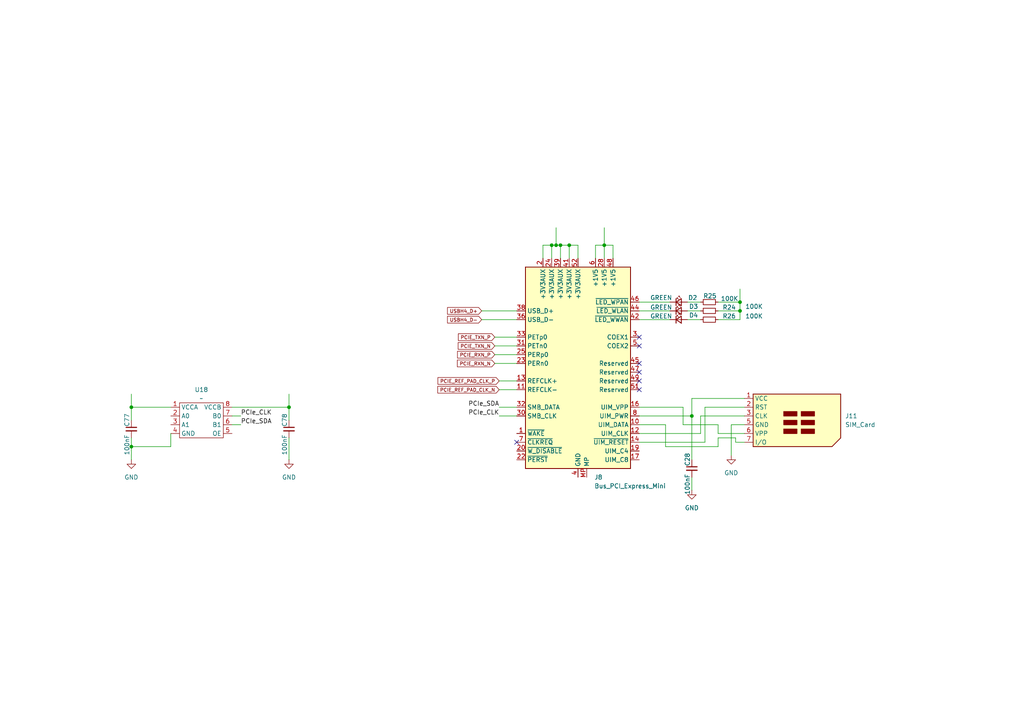
<source format=kicad_sch>
(kicad_sch (version 20231120) (generator "eeschema") (generator_version "8.0")
  (paper "A4")
  (lib_symbols
    (symbol "Connector:Bus_PCI_Express_Mini"
      (property "Reference" "J" (at -16.51 31.75 0))
      (property "Value" "Bus_PCI_Express_Mini" (at 22.86 31.75 0))
      (symbol "Bus_PCI_Express_Mini_0_1"
        (rectangle (start -15.24 30.48) (end 15.24 -27.94) (stroke (width 0.254)) (fill (type background)))
      )
      (symbol "Bus_PCI_Express_Mini_1_1"
        (pin open_collector line (at -17.78 -17.78 0) (length 2.54) (name "~{WAKE}") (number "1"))
        (pin bidirectional line (at 17.78 -15.24 180) (length 2.54) (name "UIM_DATA") (number "10"))
        (pin input line (at -17.78 -5.08 0) (length 2.54) (name "REFCLK-") (number "11"))
        (pin output line (at 17.78 -17.78 180) (length 2.54) (name "UIM_CLK") (number "12"))
        (pin input line (at -17.78 -2.54 0) (length 2.54) (name "REFCLK+") (number "13"))
        (pin output line (at 17.78 -20.32 180) (length 2.54) (name "~{UIM_RESET}") (number "14"))
        (pin passive line (at 0 -30.48 90) (length 2.54) hide (name "GND") (number "15"))
        (pin power_out line (at 17.78 -10.16 180) (length 2.54) (name "UIM_VPP") (number "16"))
        (pin passive line (at 17.78 -25.4 180) (length 2.54) (name "UIM_C8") (number "17"))
        (pin passive line (at 0 -30.48 90) (length 2.54) hide (name "GND") (number "18"))
        (pin passive line (at 17.78 -22.86 180) (length 2.54) (name "UIM_C4") (number "19"))
        (pin power_in line (at -10.16 33.02 270) (length 2.54) (name "+3V3AUX") (number "2"))
        (pin input line (at -17.78 -22.86 0) (length 2.54) (name "~{W_DISABLE}") (number "20"))
        (pin passive line (at 0 -30.48 90) (length 2.54) hide (name "GND") (number "21"))
        (pin input line (at -17.78 -25.4 0) (length 2.54) (name "~{PERST}") (number "22"))
        (pin output line (at -17.78 2.54 0) (length 2.54) (name "PERn0") (number "23"))
        (pin power_in line (at -7.62 33.02 270) (length 2.54) (name "+3V3AUX") (number "24"))
        (pin output line (at -17.78 5.08 0) (length 2.54) (name "PERp0") (number "25"))
        (pin passive line (at 0 -30.48 90) (length 2.54) hide (name "GND") (number "26"))
        (pin passive line (at 0 -30.48 90) (length 2.54) hide (name "GND") (number "27"))
        (pin power_in line (at 7.62 33.02 270) (length 2.54) (name "+1V5") (number "28"))
        (pin passive line (at 0 -30.48 90) (length 2.54) hide (name "GND") (number "29"))
        (pin passive line (at 17.78 10.16 180) (length 2.54) (name "COEX1") (number "3"))
        (pin input line (at -17.78 -12.7 0) (length 2.54) (name "SMB_CLK") (number "30"))
        (pin input line (at -17.78 7.62 0) (length 2.54) (name "PETn0") (number "31"))
        (pin bidirectional line (at -17.78 -10.16 0) (length 2.54) (name "SMB_DATA") (number "32"))
        (pin input line (at -17.78 10.16 0) (length 2.54) (name "PETp0") (number "33"))
        (pin passive line (at 0 -30.48 90) (length 2.54) hide (name "GND") (number "34"))
        (pin passive line (at 0 -30.48 90) (length 2.54) hide (name "GND") (number "35"))
        (pin bidirectional line (at -17.78 15.24 0) (length 2.54) (name "USB_D-") (number "36"))
        (pin passive line (at 0 -30.48 90) (length 2.54) hide (name "GND") (number "37"))
        (pin bidirectional line (at -17.78 17.78 0) (length 2.54) (name "USB_D+") (number "38"))
        (pin power_in line (at -5.08 33.02 270) (length 2.54) (name "+3V3AUX") (number "39"))
        (pin power_in line (at 0 -30.48 90) (length 2.54) (name "GND") (number "4"))
        (pin passive line (at 0 -30.48 90) (length 2.54) hide (name "GND") (number "40"))
        (pin power_in line (at -2.54 33.02 270) (length 2.54) (name "+3V3AUX") (number "41"))
        (pin open_collector line (at 17.78 15.24 180) (length 2.54) (name "~{LED_WWAN}") (number "42"))
        (pin passive line (at 0 -30.48 90) (length 2.54) hide (name "GND") (number "43"))
        (pin open_collector line (at 17.78 17.78 180) (length 2.54) (name "~{LED_WLAN}") (number "44"))
        (pin passive line (at 17.78 2.54 180) (length 2.54) (name "Reserved") (number "45"))
        (pin open_collector line (at 17.78 20.32 180) (length 2.54) (name "~{LED_WPAN}") (number "46"))
        (pin passive line (at 17.78 0 180) (length 2.54) (name "Reserved") (number "47"))
        (pin power_in line (at 10.16 33.02 270) (length 2.54) (name "+1V5") (number "48"))
        (pin passive line (at 17.78 -2.54 180) (length 2.54) (name "Reserved") (number "49"))
        (pin passive line (at 17.78 7.62 180) (length 2.54) (name "COEX2") (number "5"))
        (pin passive line (at 0 -30.48 90) (length 2.54) hide (name "GND") (number "50"))
        (pin passive line (at 17.78 -5.08 180) (length 2.54) (name "Reserved") (number "51"))
        (pin power_in line (at 0 33.02 270) (length 2.54) (name "+3V3AUX") (number "52"))
        (pin power_in line (at 5.08 33.02 270) (length 2.54) (name "+1V5") (number "6"))
        (pin open_collector line (at -17.78 -20.32 0) (length 2.54) (name "~{CLKREQ}") (number "7"))
        (pin power_out line (at 17.78 -12.7 180) (length 2.54) (name "UIM_PWR") (number "8"))
        (pin passive line (at 0 -30.48 90) (length 2.54) hide (name "GND") (number "9"))
        (pin passive line (at 2.54 -30.48 90) (length 2.54) (name "MP") (number "MP"))
      )
    )
    (symbol "Connector:SIM_Card"
      (property "Reference" "J" (at -2.54 12.7 0))
      (property "Value" "SIM_Card" (at -1.27 10.16 0))
      (symbol "SIM_Card_0_1"
        (rectangle (start -1.27 -2.54) (end 2.54 -1.27) (stroke (width 0.254)) (fill (type outline)))
        (rectangle (start -1.27 0) (end 2.54 1.27) (stroke (width 0.254)) (fill (type outline)))
        (rectangle (start -1.27 2.54) (end 2.54 3.81) (stroke (width 0.254)) (fill (type outline)))
        (polyline (pts (xy -10.16 8.89) (xy 15.24 8.89) (xy 15.24 -3.81) (xy 12.7 -6.35) (xy -10.16 -6.35) (xy -10.16 8.89)) (stroke (width 0.254)) (fill (type background)))
        (rectangle (start 3.81 -1.27) (end 7.62 -2.54) (stroke (width 0.254)) (fill (type outline)))
        (rectangle (start 3.81 0) (end 7.62 1.27) (stroke (width 0.254)) (fill (type outline)))
        (rectangle (start 3.81 2.54) (end 7.62 3.81) (stroke (width 0.254)) (fill (type outline)))
      )
      (symbol "SIM_Card_1_1"
        (pin power_in line (at -12.7 7.62 0) (length 2.54) (name "VCC") (number "1"))
        (pin input line (at -12.7 5.08 0) (length 2.54) (name "RST") (number "2"))
        (pin input line (at -12.7 2.54 0) (length 2.54) (name "CLK") (number "3"))
        (pin power_in line (at -12.7 0 0) (length 2.54) (name "GND") (number "5"))
        (pin input line (at -12.7 -2.54 0) (length 2.54) (name "VPP") (number "6"))
        (pin bidirectional line (at -12.7 -5.08 0) (length 2.54) (name "I/O") (number "7"))
      )
    )
    (symbol "Device:C_Small" (pin_numbers hide) (pin_names (offset 0.254) hide)
      (property "Reference" "C" (at 0.254 1.778 0))
      (property "Value" "C_Small" (at 0.254 -2.032 0))
      (symbol "C_Small_0_1"
        (polyline (pts (xy -1.524 -0.508) (xy 1.524 -0.508)) (stroke (width 0.3302)))
        (polyline (pts (xy -1.524 0.508) (xy 1.524 0.508)) (stroke (width 0.3048)))
      )
      (symbol "C_Small_1_1"
        (pin passive line (at 0 2.54 270) (length 2.032) (name "~") (number "1"))
        (pin passive line (at 0 -2.54 90) (length 2.032) (name "~") (number "2"))
      )
    )
    (symbol "Device:LED_Small" (pin_numbers hide) (pin_names (offset 0.254) hide)
      (property "Reference" "D" (at -1.27 3.175 0))
      (property "Value" "LED_Small" (at -4.445 -2.54 0))
      (symbol "LED_Small_0_1"
        (polyline (pts (xy -0.762 -1.016) (xy -0.762 1.016)) (stroke (width 0.254)))
        (polyline (pts (xy 1.016 0) (xy -0.762 0)))
        (polyline (pts (xy 0.762 -1.016) (xy -0.762 0) (xy 0.762 1.016) (xy 0.762 -1.016)) (stroke (width 0.254)))
        (polyline (pts (xy 0 0.762) (xy -0.508 1.27) (xy -0.254 1.27) (xy -0.508 1.27) (xy -0.508 1.016)))
        (polyline (pts (xy 0.508 1.27) (xy 0 1.778) (xy 0.254 1.778) (xy 0 1.778) (xy 0 1.524)))
      )
      (symbol "LED_Small_1_1"
        (pin passive line (at -2.54 0 0) (length 1.778) (name "K") (number "1"))
        (pin passive line (at 2.54 0 180) (length 1.778) (name "A") (number "2"))
      )
    )
    (symbol "Device:R_Small" (pin_numbers hide) (pin_names (offset 0.254) hide)
      (property "Reference" "R" (at 0.762 0.508 0))
      (property "Value" "R_Small" (at 0.762 -1.016 0))
      (symbol "R_Small_0_1"
        (rectangle (start -0.762 1.778) (end 0.762 -1.778) (stroke (width 0.2032)))
      )
      (symbol "R_Small_1_1"
        (pin passive line (at 0 2.54 270) (length 0.762) (name "~") (number "1"))
        (pin passive line (at 0 -2.54 90) (length 0.762) (name "~") (number "2"))
      )
    )
    (symbol "_W_MX8M:FXMA2102L8X"
      (property "Reference" "U" (at 1.016 9.144 0))
      (symbol "FXMA2102L8X_0_1"
        (rectangle (start -5.08 7.62) (end 7.62 -2.54))
      )
      (symbol "FXMA2102L8X_1_1"
        (pin input line (at -7.62 6.35 0) (length 2.54) (name "VCCA") (number "1"))
        (pin input line (at -7.62 3.81 0) (length 2.54) (name "A0") (number "2"))
        (pin input line (at -7.62 1.27 0) (length 2.54) (name "A1") (number "3"))
        (pin input line (at -7.62 -1.27 0) (length 2.54) (name "GND") (number "4"))
        (pin input line (at 10.16 -1.27 180) (length 2.54) (name "OE") (number "5"))
        (pin input line (at 10.16 1.27 180) (length 2.54) (name "B1") (number "6"))
        (pin input line (at 10.16 3.81 180) (length 2.54) (name "B0") (number "7"))
        (pin input line (at 10.16 6.35 180) (length 2.54) (name "VCCB") (number "8"))
      )
    )
    (symbol "power:GND" (power) (pin_numbers hide) (pin_names (offset 0) hide)
      (property "Value" "GND" (at 0 -3.81 0))
      (symbol "GND_0_1"
        (polyline (pts (xy 0 0) (xy 0 -1.27) (xy 1.27 -1.27) (xy 0 -2.54) (xy -1.27 -1.27) (xy 0 -1.27)))
      )
      (symbol "GND_1_1"
        (pin power_in line (at 0 0 270) (length 0) (name "~") (number "1"))
      )
    )
  )
  (junction (at 160.02 71.12))
  (junction (at 161.29 71.12))
  (junction (at 165.1 71.12))
  (junction (at 214.63 90.17))
  (junction (at 38.1 129.54))
  (junction (at 214.63 87.63))
  (junction (at 175.26 71.12))
  (junction (at 83.82 118.11))
  (junction (at 200.66 120.65))
  (junction (at 162.56 71.12))
  (junction (at 38.1 118.11))
  (no_connect (at 185.42 105.41))
  (no_connect (at 185.42 110.49))
  (no_connect (at 149.86 128.27))
  (no_connect (at 185.42 113.03))
  (no_connect (at 185.42 107.95))
  (no_connect (at 185.42 100.33))
  (no_connect (at 185.42 97.79))
  (wire (pts (xy 167.64 71.12) (xy 167.64 74.93)))
  (wire (pts (xy 67.31 118.11) (xy 83.82 118.11)))
  (wire (pts (xy 213.36 127) (xy 213.36 128.27)))
  (wire (pts (xy 157.48 71.12) (xy 160.02 71.12)))
  (wire (pts (xy 200.66 120.65) (xy 200.66 133.35)))
  (wire (pts (xy 165.1 71.12) (xy 167.64 71.12)))
  (wire (pts (xy 144.78 118.11) (xy 149.86 118.11)))
  (wire (pts (xy 204.47 118.11) (xy 215.9 118.11)))
  (wire (pts (xy 144.78 113.03) (xy 149.86 113.03)))
  (wire (pts (xy 160.02 71.12) (xy 160.02 74.93)))
  (wire (pts (xy 177.8 71.12) (xy 177.8 74.93)))
  (wire (pts (xy 208.28 90.17) (xy 214.63 90.17)))
  (wire (pts (xy 83.82 114.3) (xy 83.82 118.11)))
  (wire (pts (xy 143.51 105.41) (xy 149.86 105.41)))
  (wire (pts (xy 139.7 92.71) (xy 149.86 92.71)))
  (wire (pts (xy 214.63 83.82) (xy 214.63 87.63)))
  (wire (pts (xy 198.12 123.19) (xy 208.28 123.19)))
  (wire (pts (xy 199.39 92.71) (xy 203.2 92.71)))
  (wire (pts (xy 172.72 71.12) (xy 175.26 71.12)))
  (wire (pts (xy 38.1 127) (xy 38.1 129.54)))
  (wire (pts (xy 214.63 87.63) (xy 214.63 90.17)))
  (wire (pts (xy 208.28 123.19) (xy 208.28 125.73)))
  (wire (pts (xy 161.29 71.12) (xy 162.56 71.12)))
  (wire (pts (xy 208.28 125.73) (xy 215.9 125.73)))
  (wire (pts (xy 162.56 71.12) (xy 162.56 74.93)))
  (wire (pts (xy 208.28 87.63) (xy 214.63 87.63)))
  (wire (pts (xy 175.26 71.12) (xy 177.8 71.12)))
  (wire (pts (xy 83.82 127) (xy 83.82 133.35)))
  (wire (pts (xy 83.82 118.11) (xy 83.82 121.92)))
  (wire (pts (xy 67.31 123.19) (xy 69.85 123.19)))
  (wire (pts (xy 185.42 120.65) (xy 200.66 120.65)))
  (wire (pts (xy 208.28 92.71) (xy 214.63 92.71)))
  (wire (pts (xy 200.66 115.57) (xy 215.9 115.57)))
  (wire (pts (xy 208.28 129.54) (xy 208.28 127)))
  (wire (pts (xy 38.1 129.54) (xy 38.1 133.35)))
  (wire (pts (xy 175.26 71.12) (xy 175.26 74.93)))
  (wire (pts (xy 143.51 100.33) (xy 149.86 100.33)))
  (wire (pts (xy 203.2 125.73) (xy 203.2 120.65)))
  (wire (pts (xy 200.66 138.43) (xy 200.66 142.24)))
  (wire (pts (xy 200.66 120.65) (xy 200.66 115.57)))
  (wire (pts (xy 185.42 125.73) (xy 203.2 125.73)))
  (wire (pts (xy 199.39 90.17) (xy 203.2 90.17)))
  (wire (pts (xy 144.78 110.49) (xy 149.86 110.49)))
  (wire (pts (xy 185.42 92.71) (xy 194.31 92.71)))
  (wire (pts (xy 143.51 97.79) (xy 149.86 97.79)))
  (wire (pts (xy 38.1 129.54) (xy 49.53 129.54)))
  (wire (pts (xy 185.42 118.11) (xy 198.12 118.11)))
  (wire (pts (xy 193.04 123.19) (xy 193.04 129.54)))
  (wire (pts (xy 203.2 120.65) (xy 215.9 120.65)))
  (wire (pts (xy 198.12 118.11) (xy 198.12 123.19)))
  (wire (pts (xy 161.29 66.04) (xy 161.29 71.12)))
  (wire (pts (xy 204.47 128.27) (xy 204.47 118.11)))
  (wire (pts (xy 193.04 129.54) (xy 208.28 129.54)))
  (wire (pts (xy 199.39 87.63) (xy 203.2 87.63)))
  (wire (pts (xy 49.53 129.54) (xy 49.53 125.73)))
  (wire (pts (xy 214.63 90.17) (xy 214.63 92.71)))
  (wire (pts (xy 172.72 74.93) (xy 172.72 71.12)))
  (wire (pts (xy 157.48 74.93) (xy 157.48 71.12)))
  (wire (pts (xy 139.7 90.17) (xy 149.86 90.17)))
  (wire (pts (xy 143.51 102.87) (xy 149.86 102.87)))
  (wire (pts (xy 38.1 118.11) (xy 38.1 121.92)))
  (wire (pts (xy 144.78 120.65) (xy 149.86 120.65)))
  (wire (pts (xy 185.42 128.27) (xy 204.47 128.27)))
  (wire (pts (xy 185.42 123.19) (xy 193.04 123.19)))
  (wire (pts (xy 185.42 90.17) (xy 194.31 90.17)))
  (wire (pts (xy 38.1 114.3) (xy 38.1 118.11)))
  (wire (pts (xy 212.09 123.19) (xy 212.09 132.08)))
  (wire (pts (xy 213.36 128.27) (xy 215.9 128.27)))
  (wire (pts (xy 185.42 87.63) (xy 194.31 87.63)))
  (wire (pts (xy 208.28 127) (xy 213.36 127)))
  (wire (pts (xy 162.56 71.12) (xy 165.1 71.12)))
  (wire (pts (xy 215.9 123.19) (xy 212.09 123.19)))
  (wire (pts (xy 160.02 71.12) (xy 161.29 71.12)))
  (wire (pts (xy 67.31 120.65) (xy 69.85 120.65)))
  (wire (pts (xy 49.53 118.11) (xy 38.1 118.11)))
  (wire (pts (xy 165.1 71.12) (xy 165.1 74.93)))
  (wire (pts (xy 175.26 66.04) (xy 175.26 71.12)))
  (label "PCIe_SDA" (at 69.85 123.19 0))
  (label "PCIe_SDA" (at 144.78 118.11 180))
  (label "PCIe_CLK" (at 69.85 120.65 0))
  (label "PCIe_CLK" (at 144.78 120.65 180))
  (global_label "USBH4_D+" (shape input) (at 139.7 90.17 180) (effects (font (size 1 1))) (property "Intersheetrefs" "${INTERSHEET_REFS}" (effects (hide yes))))
  (global_label "PCIE_REF_PAD_CLK_N" (shape input) (at 144.78 113.03 180) (effects (font (size 1 1))) (property "Intersheetrefs" "${INTERSHEET_REFS}" (effects (hide yes))))
  (global_label "USBH4_D-" (shape input) (at 139.7 92.71 180) (effects (font (size 1 1))) (property "Intersheetrefs" "${INTERSHEET_REFS}" (effects (hide yes))))
  (global_label "PCIE_RXN_N" (shape input) (at 143.51 105.41 180) (effects (font (size 1 1))) (property "Intersheetrefs" "${INTERSHEET_REFS}" (effects (hide yes))))
  (global_label "PCIE_TXN_P" (shape input) (at 143.51 97.79 180) (effects (font (size 1 1))) (property "Intersheetrefs" "${INTERSHEET_REFS}" (effects (hide yes))))
  (global_label "PCIE_RXN_P" (shape input) (at 143.51 102.87 180) (effects (font (size 1 1))) (property "Intersheetrefs" "${INTERSHEET_REFS}" (effects (hide yes))))
  (global_label "PCIE_TXN_N" (shape input) (at 143.51 100.33 180) (effects (font (size 1 1))) (property "Intersheetrefs" "${INTERSHEET_REFS}" (effects (hide yes))))
  (global_label "PCIE_REF_PAD_CLK_P" (shape input) (at 144.78 110.49 180) (effects (font (size 1 1))) (property "Intersheetrefs" "${INTERSHEET_REFS}" (effects (hide yes))))
  (symbol (lib_id "power:GND") (at 38.1 133.35 0) (unit 1)
    (property "Reference" "#PWR118" (effects (hide yes)))
    (property "Value" "GND" (at 38.1 138.43 0))
    (property "Description" "Power symbol creates a global label with name \"GND\" , ground" (effects (hide yes)))
  )
  (symbol (lib_id "Device:LED_Small") (at 196.85 90.17 0) (unit 1)
    (property "Reference" "D3" (at 201.168 88.9 0))
    (property "Value" "GREEN" (at 191.77 89.154 0))
    (property "Footprint" "LED_SMD:LED_0402_1005Metric" (effects (hide yes)))
    (property "Description" "Light emitting diode, small symbol" (effects (hide yes)))
  )
  (symbol (lib_id "Device:C_Small") (at 38.1 124.46 0) (unit 1)
    (property "Reference" "C77" (at 36.83 119.888 90) (effects (justify right)))
    (property "Value" "100nF" (at 36.83 125.984 90) (effects (justify right)))
    (property "Footprint" "Capacitor_SMD:C_0402_1005Metric" (effects (hide yes)))
    (property "Description" "Unpolarized capacitor, small symbol" (effects (hide yes)))
  )
  (symbol (lib_id "Device:R_Small") (at 205.74 87.63 270) (mirror x) (unit 1)
    (property "Reference" "R24" (at 209.55 89.154 90) (effects (justify left)))
    (property "Value" "100K" (at 209.042 86.614 90) (effects (justify left)))
    (property "Footprint" "Resistor_SMD:R_0402_1005Metric" (effects (hide yes)))
    (property "Description" "Resistor, small symbol" (effects (hide yes)))
  )
  (symbol (lib_id "Connector:SIM_Card") (at 228.6 123.19 0) (unit 1)
    (property "Reference" "J11" (at 245.11 120.6499 0) (effects (justify left)))
    (property "Value" "SIM_Card" (at 245.11 123.1899 0) (effects (justify left)))
    (property "Footprint" "Connector_Card:nanoSIM_Hinged_CUI_NSIM-2-C" (effects (hide yes)))
    (property "Description" "SIM Card" (effects (hide yes)))
  )
  (symbol (lib_id "power:GND") (at 200.66 142.24 0) (unit 1)
    (property "Reference" "#PWR050" (effects (hide yes)))
    (property "Value" "GND" (at 200.66 147.32 0))
    (property "Description" "Power symbol creates a global label with name \"GND\" , ground" (effects (hide yes)))
  )
  (symbol (lib_id "Device:LED_Small") (at 196.85 92.71 0) (unit 1)
    (property "Reference" "D4" (at 201.168 91.44 0))
    (property "Value" "GREEN" (at 191.77 91.694 0))
    (property "Footprint" "LED_SMD:LED_0402_1005Metric" (effects (hide yes)))
    (property "Description" "Light emitting diode, small symbol" (effects (hide yes)))
  )
  (symbol (lib_id "power:GND") (at 212.09 132.08 0) (unit 1)
    (property "Reference" "#PWR049" (effects (hide yes)))
    (property "Value" "GND" (at 212.09 137.16 0))
    (property "Description" "Power symbol creates a global label with name \"GND\" , ground" (effects (hide yes)))
  )
  (symbol (lib_id "Device:C_Small") (at 200.66 135.89 0) (unit 1)
    (property "Reference" "C28" (at 199.39 131.318 90) (effects (justify right)))
    (property "Value" "100nF" (at 199.39 137.414 90) (effects (justify right)))
    (property "Footprint" "Capacitor_SMD:C_0402_1005Metric" (effects (hide yes)))
    (property "Description" "Unpolarized capacitor, small symbol" (effects (hide yes)))
  )
  (symbol (lib_id "Device:LED_Small") (at 196.85 87.63 0) (unit 1)
    (property "Reference" "D2" (at 200.914 86.36 0))
    (property "Value" "GREEN" (at 191.77 86.36 0))
    (property "Footprint" "LED_SMD:LED_0402_1005Metric" (effects (hide yes)))
    (property "Description" "Light emitting diode, small symbol" (effects (hide yes)))
  )
  (symbol (lib_id "power:GND") (at 83.82 133.35 0) (unit 1)
    (property "Reference" "#PWR119" (effects (hide yes)))
    (property "Value" "GND" (at 83.82 138.43 0))
    (property "Description" "Power symbol creates a global label with name \"GND\" , ground" (effects (hide yes)))
  )
  (symbol (lib_id "_W_MX8M:FXMA2102L8X") (at 57.15 124.46 0) (unit 1)
    (property "Reference" "U18" (at 58.42 113.03 0))
    (property "Value" "~" (at 58.42 115.57 0))
    (property "Footprint" "_W_SBC:MICROPAK8_1P6X1P6_ONS" (effects (hide yes)))
  )
  (symbol (lib_id "Device:R_Small") (at 205.74 92.71 270) (mirror x) (unit 1)
    (property "Reference" "R26" (at 209.55 91.694 90) (effects (justify left)))
    (property "Value" "100K" (at 216.154 91.694 90) (effects (justify left)))
    (property "Footprint" "Resistor_SMD:R_0402_1005Metric" (effects (hide yes)))
    (property "Description" "Resistor, small symbol" (effects (hide yes)))
  )
  (symbol (lib_id "Device:R_Small") (at 205.74 90.17 270) (mirror x) (unit 1)
    (property "Reference" "R25" (at 203.962 85.852 90) (effects (justify left)))
    (property "Value" "100K" (at 216.154 88.9 90) (effects (justify left)))
    (property "Footprint" "Resistor_SMD:R_0402_1005Metric" (effects (hide yes)))
    (property "Description" "Resistor, small symbol" (effects (hide yes)))
  )
  (symbol (lib_id "Connector:Bus_PCI_Express_Mini") (at 167.64 107.95 0) (unit 1)
    (property "Reference" "J8" (at 172.3741 138.43 0) (effects (justify left)))
    (property "Value" "Bus_PCI_Express_Mini" (at 172.3741 140.97 0) (effects (justify left)))
    (property "Footprint" "Connector_PCBEdge:BUS_PCI_Express_Mini" (effects (hide yes)))
    (property "Datasheet" "0679105700" (effects (hide yes)))
    (property "Description" "Mini-PCI Express bus connector" (effects (hide yes)))
  )
  (symbol (lib_id "Device:C_Small") (at 83.82 124.46 0) (unit 1)
    (property "Reference" "C78" (at 82.55 119.888 90) (effects (justify right)))
    (property "Value" "100nF" (at 82.55 125.984 90) (effects (justify right)))
    (property "Footprint" "Capacitor_SMD:C_0402_1005Metric" (effects (hide yes)))
    (property "Description" "Unpolarized capacitor, small symbol" (effects (hide yes)))
  )
)
</source>
